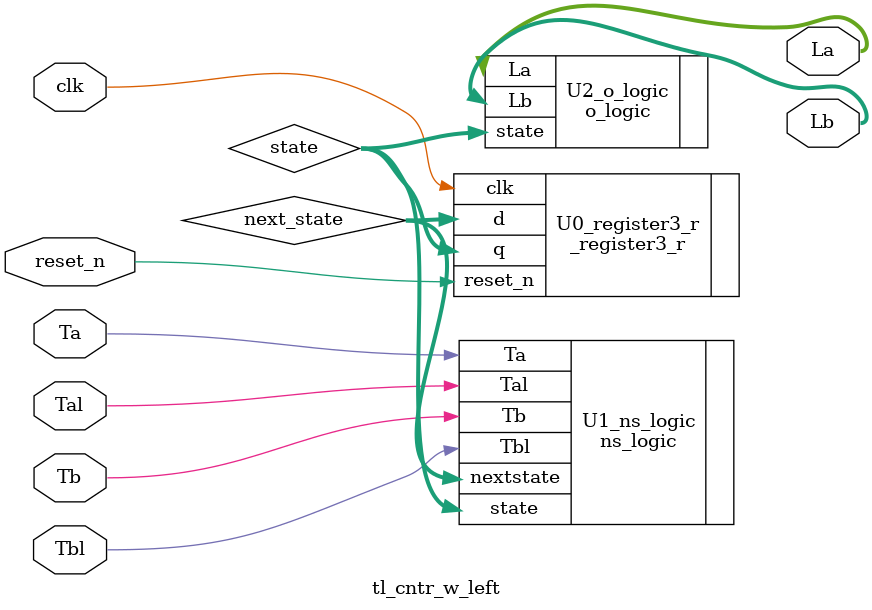
<source format=v>
module tl_cntr_w_left(clk, reset_n, Ta, Tb, Tal, Tbl, La, Lb);
	input clk, reset_n, Ta, Tb, Tal, Tbl;		// 6 inputs
	output [1:0] La, Lb;								// 2bits 2 outputs

	wire		[2:0]	next_state;		// 3bits wire
	wire		[2:0]	state;			//	3bits wire

	_register3_r U0_register3_r(.clk(clk), .reset_n(reset_n), .d(next_state), .q(state));		// instance by using _register3_r, ns_logic and o_logic
	ns_logic U1_ns_logic(.Ta(Ta), .Tb(Tb), .Tal(Tal), .Tbl(Tbl), .state(state), .nextstate(next_state));
	o_logic U2_o_logic(.state(state), .La(La), .Lb(Lb));

endmodule

</source>
